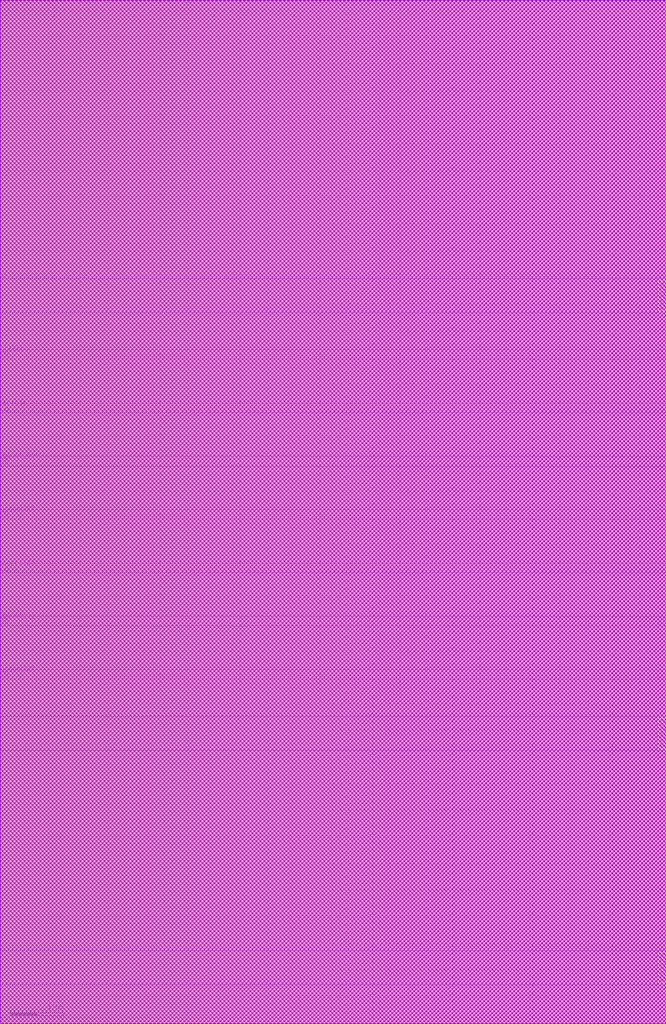
<source format=lef>
##
## LEF for PtnCells ;
## created by Innovus v20.11-s130_1 on Fri Jan 10 10:30:35 2025
##

VERSION 5.8 ;

BUSBITCHARS "[]" ;
DIVIDERCHAR "/" ;

MACRO FULLCHIPcore
  CLASS BLOCK ;
  SIZE 50.000000 BY 76.800000 ;
  FOREIGN FULLCHIPcore 0.000000 0.000000 ;
  ORIGIN 0 0 ;
  SYMMETRY X Y R90 ;
  PIN count_dir
    DIRECTION INPUT ;
    USE SIGNAL ;
    PORT
      LAYER metal1 ;
        RECT 0.000000 42.000000 0.400000 42.400000 ;
    END
  END count_dir
  PIN enable
    DIRECTION INPUT ;
    USE SIGNAL ;
    PORT
      LAYER metal1 ;
        RECT 0.000000 46.000000 0.400000 46.400000 ;
    END
  END enable
  PIN reset
    DIRECTION INPUT ;
    USE SIGNAL ;
    PORT
      LAYER metal1 ;
        RECT 0.000000 50.000000 0.400000 50.400000 ;
    END
  END reset
  PIN count[3]
    DIRECTION OUTPUT ;
    USE SIGNAL ;
    PORT
      LAYER metal1 ;
        RECT 0.000000 38.000000 0.400000 38.400000 ;
    END
  END count[3]
  PIN count[2]
    DIRECTION OUTPUT ;
    USE SIGNAL ;
    PORT
      LAYER metal1 ;
        RECT 0.000000 34.000000 0.400000 34.400000 ;
    END
  END count[2]
  PIN count[1]
    DIRECTION OUTPUT ;
    USE SIGNAL ;
    PORT
      LAYER metal1 ;
        RECT 0.000000 30.000000 0.400000 30.400000 ;
    END
  END count[1]
  PIN count[0]
    DIRECTION OUTPUT ;
    USE SIGNAL ;
    PORT
      LAYER metal1 ;
        RECT 0.000000 26.000000 0.400000 26.400000 ;
    END
  END count[0]
  PIN vctrl
    DIRECTION INPUT ;
    USE ANALOG ;
    PORT
      LAYER metal1 ;
        RECT 49.600000 30.000000 50.000000 30.400000 ;
    END
  END vctrl
  PIN avdd
    DIRECTION INOUT ;
    USE POWER ;
    PORT
      LAYER metal3 ;
        RECT 49.600000 53.600000 50.000000 55.600000 ;
    END
  END avdd
  PIN agnd
    DIRECTION INOUT ;
    USE GROUND ;
    PORT
      LAYER metal3 ;
        RECT 49.600000 3.200000 50.000000 5.200000 ;
    END
  END agnd
  PIN dvdd
    DIRECTION INOUT ;
    USE POWER ;
    PORT
      LAYER metal3 ;
        RECT 49.600000 20.800000 50.000000 22.800000 ;
    END
  END dvdd
  OBS
    LAYER metal1 ;
      RECT 0.000000 50.560000 50.000000 76.800000 ;
      RECT 0.560000 49.840000 50.000000 50.560000 ;
      RECT 0.000000 46.560000 50.000000 49.840000 ;
      RECT 0.560000 45.840000 50.000000 46.560000 ;
      RECT 0.000000 42.560000 50.000000 45.840000 ;
      RECT 0.560000 41.840000 50.000000 42.560000 ;
      RECT 0.000000 38.560000 50.000000 41.840000 ;
      RECT 0.560000 37.840000 50.000000 38.560000 ;
      RECT 0.000000 34.560000 50.000000 37.840000 ;
      RECT 0.560000 33.840000 50.000000 34.560000 ;
      RECT 0.000000 30.560000 50.000000 33.840000 ;
      RECT 0.560000 29.840000 49.440000 30.560000 ;
      RECT 0.000000 26.560000 50.000000 29.840000 ;
      RECT 0.560000 25.840000 50.000000 26.560000 ;
      RECT 0.000000 0.000000 50.000000 25.840000 ;
    LAYER metal2 ;
      RECT 0.000000 0.000000 50.000000 76.800000 ;
    LAYER metal3 ;
      RECT 0.000000 55.880000 50.000000 76.800000 ;
      RECT 0.000000 53.320000 49.320000 55.880000 ;
      RECT 0.000000 23.080000 50.000000 53.320000 ;
      RECT 0.000000 20.520000 49.320000 23.080000 ;
      RECT 0.000000 5.480000 50.000000 20.520000 ;
      RECT 0.000000 2.920000 49.320000 5.480000 ;
      RECT 0.000000 0.000000 50.000000 2.920000 ;
    LAYER metal4 ;
      RECT 0.000000 0.000000 50.000000 76.800000 ;
    LAYER metal5 ;
      RECT 0.000000 0.000000 50.000000 76.800000 ;
    LAYER metal6 ;
      RECT 0.000000 0.000000 50.000000 76.800000 ;
    LAYER metal7 ;
      RECT 0.000000 0.000000 50.000000 76.800000 ;
    LAYER metal8 ;
      RECT 0.000000 0.000000 50.000000 76.800000 ;
  END
END FULLCHIPcore

END LIBRARY

</source>
